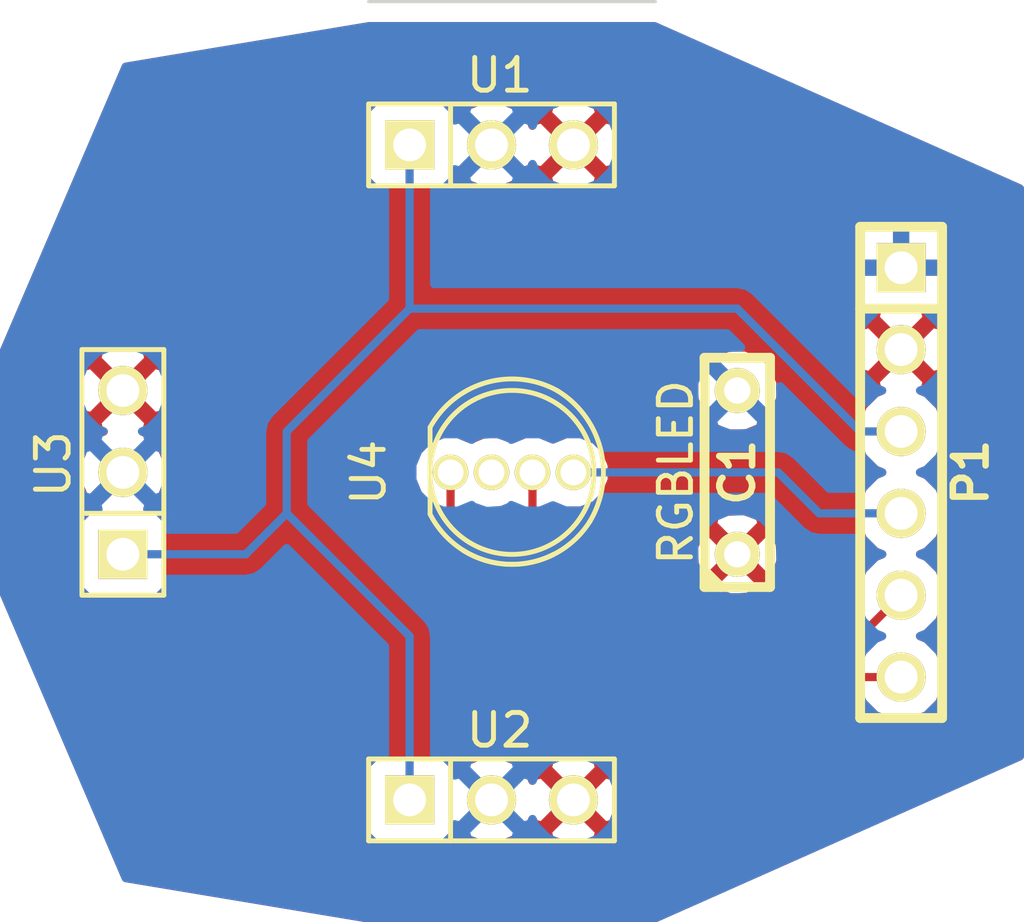
<source format=kicad_pcb>
(kicad_pcb (version 3) (host pcbnew "(2013-07-07 BZR 4022)-stable")

  (general
    (links 0)
    (no_connects 1)
    (area 0 0 0 0)
    (thickness 1.6)
    (drawings 1)
    (tracks 20)
    (zones 0)
    (modules 6)
    (nets 7)
  )

  (page A3)
  (layers
    (15 F.Cu signal)
    (0 B.Cu signal)
    (16 B.Adhes user)
    (17 F.Adhes user)
    (18 B.Paste user)
    (19 F.Paste user)
    (20 B.SilkS user)
    (21 F.SilkS user)
    (22 B.Mask user)
    (23 F.Mask user)
    (24 Dwgs.User user)
    (25 Cmts.User user)
    (26 Eco1.User user)
    (27 Eco2.User user)
    (28 Edge.Cuts user)
  )

  (setup
    (last_trace_width 0.254)
    (trace_clearance 0.254)
    (zone_clearance 0.508)
    (zone_45_only no)
    (trace_min 0.254)
    (segment_width 0.2)
    (edge_width 0.1)
    (via_size 0.889)
    (via_drill 0.635)
    (via_min_size 0.889)
    (via_min_drill 0.508)
    (uvia_size 0.508)
    (uvia_drill 0.127)
    (uvias_allowed no)
    (uvia_min_size 0.508)
    (uvia_min_drill 0.127)
    (pcb_text_width 0.3)
    (pcb_text_size 1.5 1.5)
    (mod_edge_width 0.15)
    (mod_text_size 1 1)
    (mod_text_width 0.15)
    (pad_size 1.5 1.5)
    (pad_drill 0.6)
    (pad_to_mask_clearance 0)
    (aux_axis_origin 0 0)
    (visible_elements 7FFFFFFF)
    (pcbplotparams
      (layerselection 3178497)
      (usegerberextensions true)
      (excludeedgelayer true)
      (linewidth 0.150000)
      (plotframeref false)
      (viasonmask false)
      (mode 1)
      (useauxorigin false)
      (hpglpennumber 1)
      (hpglpenspeed 20)
      (hpglpendiameter 15)
      (hpglpenoverlay 2)
      (psnegative false)
      (psa4output false)
      (plotreference true)
      (plotvalue true)
      (plotothertext true)
      (plotinvisibletext false)
      (padsonsilk false)
      (subtractmaskfromsilk false)
      (outputformat 1)
      (mirror false)
      (drillshape 1)
      (scaleselection 1)
      (outputdirectory ""))
  )

  (net 0 "")
  (net 1 GND)
  (net 2 N-000001)
  (net 3 N-000002)
  (net 4 N-000005)
  (net 5 N-000006)
  (net 6 VCC)

  (net_class Default "This is the default net class."
    (clearance 0.254)
    (trace_width 0.254)
    (via_dia 0.889)
    (via_drill 0.635)
    (uvia_dia 0.508)
    (uvia_drill 0.127)
    (add_net "")
    (add_net GND)
    (add_net N-000001)
    (add_net N-000002)
    (add_net N-000005)
    (add_net N-000006)
    (add_net VCC)
  )

  (module RGB-Led (layer F.Cu) (tedit 54F96A94) (tstamp 54F96B4C)
    (at 53.34 44.45 90)
    (path /54F95F97)
    (fp_text reference U4 (at 0 -5.08 90) (layer F.SilkS)
      (effects (font (size 1 1) (thickness 0.15)))
    )
    (fp_text value RGBLED (at 0 4.445 90) (layer F.SilkS)
      (effects (font (size 1 1) (thickness 0.15)))
    )
    (fp_line (start 0 -3.175) (end -1.2954 -3.175) (layer F.SilkS) (width 0.15))
    (fp_arc (start 0 -0.635) (end -2.54 0.6604) (angle 90) (layer F.SilkS) (width 0.15))
    (fp_arc (start 0 -0.635) (end -1.524 1.778) (angle 90) (layer F.SilkS) (width 0.15))
    (fp_arc (start 0 -0.762) (end 2.54 0.762) (angle 90) (layer F.SilkS) (width 0.15))
    (fp_arc (start 0 -0.635) (end 1.397 -3.175) (angle 90) (layer F.SilkS) (width 0.15))
    (fp_line (start 0 -3.175) (end 1.397 -3.175) (layer F.SilkS) (width 0.15))
    (fp_circle (center 0 -0.635) (end 2.54 -0.508) (layer F.SilkS) (width 0.15))
    (pad 1 thru_hole circle (at 0 -2.54 90) (size 1.1 1.1) (drill 0.8)
      (layers *.Cu *.Mask F.SilkS)
      (net 5 N-000006)
    )
    (pad 2 thru_hole circle (at 0 -1.27 90) (size 1.1 1.1) (drill 0.8)
      (layers *.Cu *.Mask F.SilkS)
      (net 1 GND)
    )
    (pad 3 thru_hole circle (at 0 0 90) (size 1.1 1.1) (drill 0.8)
      (layers *.Cu *.Mask F.SilkS)
      (net 4 N-000005)
    )
    (pad 4 thru_hole circle (at 0 1.27 90) (size 1.1 1.1) (drill 0.8)
      (layers *.Cu *.Mask F.SilkS)
      (net 3 N-000002)
    )
  )

  (module PIN_ARRAY_3X1 (layer F.Cu) (tedit 4C1130E0) (tstamp 54F96B58)
    (at 52.07 34.29)
    (descr "Connecteur 3 pins")
    (tags "CONN DEV")
    (path /54F95920)
    (fp_text reference U1 (at 0.254 -2.159) (layer F.SilkS)
      (effects (font (size 1.016 1.016) (thickness 0.1524)))
    )
    (fp_text value TSOP38238 (at 0 -2.159) (layer F.SilkS) hide
      (effects (font (size 1.016 1.016) (thickness 0.1524)))
    )
    (fp_line (start -3.81 1.27) (end -3.81 -1.27) (layer F.SilkS) (width 0.1524))
    (fp_line (start -3.81 -1.27) (end 3.81 -1.27) (layer F.SilkS) (width 0.1524))
    (fp_line (start 3.81 -1.27) (end 3.81 1.27) (layer F.SilkS) (width 0.1524))
    (fp_line (start 3.81 1.27) (end -3.81 1.27) (layer F.SilkS) (width 0.1524))
    (fp_line (start -1.27 -1.27) (end -1.27 1.27) (layer F.SilkS) (width 0.1524))
    (pad 1 thru_hole rect (at -2.54 0) (size 1.524 1.524) (drill 1.016)
      (layers *.Cu *.Mask F.SilkS)
      (net 2 N-000001)
    )
    (pad 2 thru_hole circle (at 0 0) (size 1.524 1.524) (drill 1.016)
      (layers *.Cu *.Mask F.SilkS)
      (net 1 GND)
    )
    (pad 3 thru_hole circle (at 2.54 0) (size 1.524 1.524) (drill 1.016)
      (layers *.Cu *.Mask F.SilkS)
      (net 6 VCC)
    )
    (model pin_array/pins_array_3x1.wrl
      (at (xyz 0 0 0))
      (scale (xyz 1 1 1))
      (rotate (xyz 0 0 0))
    )
  )

  (module PIN_ARRAY_3X1 (layer F.Cu) (tedit 4C1130E0) (tstamp 54F96B64)
    (at 52.07 54.61)
    (descr "Connecteur 3 pins")
    (tags "CONN DEV")
    (path /54F9592F)
    (fp_text reference U2 (at 0.254 -2.159) (layer F.SilkS)
      (effects (font (size 1.016 1.016) (thickness 0.1524)))
    )
    (fp_text value TSOP38238 (at 0 -2.159) (layer F.SilkS) hide
      (effects (font (size 1.016 1.016) (thickness 0.1524)))
    )
    (fp_line (start -3.81 1.27) (end -3.81 -1.27) (layer F.SilkS) (width 0.1524))
    (fp_line (start -3.81 -1.27) (end 3.81 -1.27) (layer F.SilkS) (width 0.1524))
    (fp_line (start 3.81 -1.27) (end 3.81 1.27) (layer F.SilkS) (width 0.1524))
    (fp_line (start 3.81 1.27) (end -3.81 1.27) (layer F.SilkS) (width 0.1524))
    (fp_line (start -1.27 -1.27) (end -1.27 1.27) (layer F.SilkS) (width 0.1524))
    (pad 1 thru_hole rect (at -2.54 0) (size 1.524 1.524) (drill 1.016)
      (layers *.Cu *.Mask F.SilkS)
      (net 2 N-000001)
    )
    (pad 2 thru_hole circle (at 0 0) (size 1.524 1.524) (drill 1.016)
      (layers *.Cu *.Mask F.SilkS)
      (net 1 GND)
    )
    (pad 3 thru_hole circle (at 2.54 0) (size 1.524 1.524) (drill 1.016)
      (layers *.Cu *.Mask F.SilkS)
      (net 6 VCC)
    )
    (model pin_array/pins_array_3x1.wrl
      (at (xyz 0 0 0))
      (scale (xyz 1 1 1))
      (rotate (xyz 0 0 0))
    )
  )

  (module PIN_ARRAY_3X1 (layer F.Cu) (tedit 4C1130E0) (tstamp 54F96B70)
    (at 40.64 44.45 90)
    (descr "Connecteur 3 pins")
    (tags "CONN DEV")
    (path /54F9593E)
    (fp_text reference U3 (at 0.254 -2.159 90) (layer F.SilkS)
      (effects (font (size 1.016 1.016) (thickness 0.1524)))
    )
    (fp_text value TSOP38238 (at 0 -2.159 90) (layer F.SilkS) hide
      (effects (font (size 1.016 1.016) (thickness 0.1524)))
    )
    (fp_line (start -3.81 1.27) (end -3.81 -1.27) (layer F.SilkS) (width 0.1524))
    (fp_line (start -3.81 -1.27) (end 3.81 -1.27) (layer F.SilkS) (width 0.1524))
    (fp_line (start 3.81 -1.27) (end 3.81 1.27) (layer F.SilkS) (width 0.1524))
    (fp_line (start 3.81 1.27) (end -3.81 1.27) (layer F.SilkS) (width 0.1524))
    (fp_line (start -1.27 -1.27) (end -1.27 1.27) (layer F.SilkS) (width 0.1524))
    (pad 1 thru_hole rect (at -2.54 0 90) (size 1.524 1.524) (drill 1.016)
      (layers *.Cu *.Mask F.SilkS)
      (net 2 N-000001)
    )
    (pad 2 thru_hole circle (at 0 0 90) (size 1.524 1.524) (drill 1.016)
      (layers *.Cu *.Mask F.SilkS)
      (net 1 GND)
    )
    (pad 3 thru_hole circle (at 2.54 0 90) (size 1.524 1.524) (drill 1.016)
      (layers *.Cu *.Mask F.SilkS)
      (net 6 VCC)
    )
    (model pin_array/pins_array_3x1.wrl
      (at (xyz 0 0 0))
      (scale (xyz 1 1 1))
      (rotate (xyz 0 0 0))
    )
  )

  (module PIN_ARRAY-6X1 (layer F.Cu) (tedit 54F96C31) (tstamp 54F96B7F)
    (at 64.77 44.45 270)
    (descr "Connecteur 6 pins")
    (tags "CONN DEV")
    (path /54F95E7E)
    (fp_text reference P1 (at 0 -2.159 270) (layer F.SilkS)
      (effects (font (size 1.016 1.016) (thickness 0.2032)))
    )
    (fp_text value CONN_6 (at 0 2.54 270) (layer F.SilkS) hide
      (effects (font (size 1.016 0.889) (thickness 0.2032)))
    )
    (fp_line (start -7.62 1.27) (end -7.62 -1.27) (layer F.SilkS) (width 0.3048))
    (fp_line (start -7.62 -1.27) (end 7.62 -1.27) (layer F.SilkS) (width 0.3048))
    (fp_line (start 7.62 -1.27) (end 7.62 1.27) (layer F.SilkS) (width 0.3048))
    (fp_line (start 7.62 1.27) (end -7.62 1.27) (layer F.SilkS) (width 0.3048))
    (fp_line (start -5.08 1.27) (end -5.08 -1.27) (layer F.SilkS) (width 0.3048))
    (pad 1 thru_hole rect (at -6.35 0 270) (size 1.524 1.524) (drill 1.016)
      (layers *.Cu *.Mask F.SilkS)
      (net 1 GND)
    )
    (pad 2 thru_hole circle (at -3.81 0 270) (size 1.524 1.524) (drill 1.016)
      (layers *.Cu *.Mask F.SilkS)
      (net 6 VCC)
    )
    (pad 3 thru_hole circle (at -1.27 0 270) (size 1.524 1.524) (drill 1.016)
      (layers *.Cu *.Mask F.SilkS)
      (net 2 N-000001)
    )
    (pad 4 thru_hole circle (at 1.27 0 270) (size 1.524 1.524) (drill 1.016)
      (layers *.Cu *.Mask F.SilkS)
      (net 3 N-000002)
    )
    (pad 5 thru_hole circle (at 3.81 0 270) (size 1.524 1.524) (drill 1.016)
      (layers *.Cu *.Mask F.SilkS)
      (net 4 N-000005)
    )
    (pad 6 thru_hole circle (at 6.35 0 270) (size 1.524 1.524) (drill 1.016)
      (layers *.Cu *.Mask F.SilkS)
      (net 5 N-000006)
    )
    (model pin_array/pins_array_6x1.wrl
      (at (xyz 0 0 0))
      (scale (xyz 1 1 1))
      (rotate (xyz 0 0 0))
    )
  )

  (module C2 (layer F.Cu) (tedit 200000) (tstamp 54F96B8A)
    (at 59.69 44.45 90)
    (descr "Condensateur = 2 pas")
    (tags C)
    (path /54F9605B)
    (fp_text reference C1 (at 0 0 90) (layer F.SilkS)
      (effects (font (size 1.016 1.016) (thickness 0.2032)))
    )
    (fp_text value "200 uF" (at 0 0 90) (layer F.SilkS) hide
      (effects (font (size 1.016 1.016) (thickness 0.2032)))
    )
    (fp_line (start -3.556 -1.016) (end 3.556 -1.016) (layer F.SilkS) (width 0.3048))
    (fp_line (start 3.556 -1.016) (end 3.556 1.016) (layer F.SilkS) (width 0.3048))
    (fp_line (start 3.556 1.016) (end -3.556 1.016) (layer F.SilkS) (width 0.3048))
    (fp_line (start -3.556 1.016) (end -3.556 -1.016) (layer F.SilkS) (width 0.3048))
    (fp_line (start -3.556 -0.508) (end -3.048 -1.016) (layer F.SilkS) (width 0.3048))
    (pad 1 thru_hole circle (at -2.54 0 90) (size 1.397 1.397) (drill 0.8128)
      (layers *.Cu *.Mask F.SilkS)
      (net 6 VCC)
    )
    (pad 2 thru_hole circle (at 2.54 0 90) (size 1.397 1.397) (drill 0.8128)
      (layers *.Cu *.Mask F.SilkS)
      (net 1 GND)
    )
    (model discret/capa_2pas_5x5mm.wrl
      (at (xyz 0 0 0))
      (scale (xyz 1 1 1))
      (rotate (xyz 0 0 0))
    )
  )

  (gr_line (start 48.26 29.845) (end 57.15 29.845) (angle 90) (layer Edge.Cuts) (width 0.1))

  (segment (start 64.77 43.18) (end 63.5 43.18) (width 0.254) (layer B.Cu) (net 2))
  (segment (start 59.69 39.37) (end 49.53 39.37) (width 0.254) (layer B.Cu) (net 2) (tstamp 54F96CDF))
  (segment (start 63.5 43.18) (end 59.69 39.37) (width 0.254) (layer B.Cu) (net 2) (tstamp 54F96CDB))
  (segment (start 49.53 54.61) (end 49.53 49.53) (width 0.254) (layer B.Cu) (net 2))
  (segment (start 49.53 49.53) (end 45.72 45.72) (width 0.254) (layer B.Cu) (net 2) (tstamp 54F96CCE))
  (segment (start 49.53 34.29) (end 49.53 39.37) (width 0.254) (layer B.Cu) (net 2))
  (segment (start 44.45 46.99) (end 40.64 46.99) (width 0.254) (layer B.Cu) (net 2) (tstamp 54F96CC7))
  (segment (start 45.72 45.72) (end 44.45 46.99) (width 0.254) (layer B.Cu) (net 2) (tstamp 54F96CC5))
  (segment (start 45.72 43.18) (end 45.72 45.72) (width 0.254) (layer B.Cu) (net 2) (tstamp 54F96CBF))
  (segment (start 49.53 39.37) (end 45.72 43.18) (width 0.254) (layer B.Cu) (net 2) (tstamp 54F96CB9))
  (segment (start 54.61 44.45) (end 60.96 44.45) (width 0.254) (layer B.Cu) (net 3))
  (segment (start 62.23 45.72) (end 64.77 45.72) (width 0.254) (layer B.Cu) (net 3) (tstamp 54F96D00))
  (segment (start 60.96 44.45) (end 62.23 45.72) (width 0.254) (layer B.Cu) (net 3) (tstamp 54F96CF8))
  (segment (start 53.34 44.45) (end 53.34 45.72) (width 0.254) (layer F.Cu) (net 4))
  (segment (start 63.5 49.53) (end 64.77 48.26) (width 0.254) (layer F.Cu) (net 4) (tstamp 54F96D37))
  (segment (start 57.15 49.53) (end 63.5 49.53) (width 0.254) (layer F.Cu) (net 4) (tstamp 54F96D35))
  (segment (start 53.34 45.72) (end 57.15 49.53) (width 0.254) (layer F.Cu) (net 4) (tstamp 54F96D32))
  (segment (start 50.8 44.45) (end 50.8 45.72) (width 0.254) (layer F.Cu) (net 5))
  (segment (start 55.88 50.8) (end 64.77 50.8) (width 0.254) (layer F.Cu) (net 5) (tstamp 54F96D4C))
  (segment (start 50.8 45.72) (end 55.88 50.8) (width 0.254) (layer F.Cu) (net 5) (tstamp 54F96D40))

  (zone (net 6) (net_name VCC) (layer F.Cu) (tstamp 54F96DC9) (hatch edge 0.508)
    (connect_pads (clearance 0.508))
    (min_thickness 0.254)
    (fill (arc_segments 16) (thermal_gap 0.508) (thermal_bridge_width 0.508))
    (polygon
      (pts
        (xy 40.64 31.75) (xy 48.26 30.48) (xy 57.15 30.48) (xy 68.58 35.56) (xy 68.58 53.34)
        (xy 57.15 58.42) (xy 48.26 58.42) (xy 40.64 57.15) (xy 36.83 48.26) (xy 36.83 40.64)
        (xy 40.64 31.75)
      )
    )
    (filled_polygon
      (pts
        (xy 68.453 53.257466) (xy 66.179143 54.268069) (xy 66.179143 40.847696) (xy 66.16711 40.607293) (xy 66.16711 38.736245)
        (xy 66.16711 37.212245) (xy 66.070641 36.978771) (xy 65.892168 36.799987) (xy 65.658864 36.703111) (xy 65.406245 36.70289)
        (xy 63.882245 36.70289) (xy 63.648771 36.799359) (xy 63.469987 36.977832) (xy 63.373111 37.211136) (xy 63.37289 37.463755)
        (xy 63.37289 38.987755) (xy 63.469359 39.221229) (xy 63.647832 39.400013) (xy 63.881136 39.496889) (xy 64.016083 39.497007)
        (xy 63.969393 39.659788) (xy 64.77 40.460395) (xy 65.570607 39.659788) (xy 65.523946 39.49711) (xy 65.657755 39.49711)
        (xy 65.891229 39.400641) (xy 66.070013 39.222168) (xy 66.166889 38.988864) (xy 66.16711 38.736245) (xy 66.16711 40.607293)
        (xy 66.15136 40.292631) (xy 65.992396 39.908858) (xy 65.750212 39.839393) (xy 64.949605 40.64) (xy 65.750212 41.440607)
        (xy 65.992396 41.371142) (xy 66.179143 40.847696) (xy 66.179143 54.268069) (xy 66.167241 54.273358) (xy 66.167241 50.523339)
        (xy 65.955009 50.009697) (xy 65.56237 49.616372) (xy 65.354485 49.53005) (xy 65.560303 49.445009) (xy 65.953628 49.05237)
        (xy 66.166756 48.539099) (xy 66.167241 47.983339) (xy 65.955009 47.469697) (xy 65.56237 47.076372) (xy 65.354485 46.99005)
        (xy 65.560303 46.905009) (xy 65.953628 46.51237) (xy 66.166756 45.999099) (xy 66.167241 45.443339) (xy 65.955009 44.929697)
        (xy 65.56237 44.536372) (xy 65.354485 44.45005) (xy 65.560303 44.365009) (xy 65.953628 43.97237) (xy 66.166756 43.459099)
        (xy 66.167241 42.903339) (xy 65.955009 42.389697) (xy 65.56237 41.996372) (xy 65.370269 41.916605) (xy 65.501142 41.862396)
        (xy 65.570607 41.620212) (xy 64.77 40.819605) (xy 64.590395 40.99921) (xy 64.590395 40.64) (xy 63.789788 39.839393)
        (xy 63.547604 39.908858) (xy 63.360857 40.432304) (xy 63.38864 40.987369) (xy 63.547604 41.371142) (xy 63.789788 41.440607)
        (xy 64.590395 40.64) (xy 64.590395 40.99921) (xy 63.969393 41.620212) (xy 64.038858 41.862396) (xy 64.179321 41.912508)
        (xy 63.979697 41.994991) (xy 63.586372 42.38763) (xy 63.373244 42.900901) (xy 63.372759 43.456661) (xy 63.584991 43.970303)
        (xy 63.97763 44.363628) (xy 64.185514 44.449949) (xy 63.979697 44.534991) (xy 63.586372 44.92763) (xy 63.373244 45.440901)
        (xy 63.372759 45.996661) (xy 63.584991 46.510303) (xy 63.97763 46.903628) (xy 64.185514 46.989949) (xy 63.979697 47.074991)
        (xy 63.586372 47.46763) (xy 63.373244 47.980901) (xy 63.372759 48.536661) (xy 63.385316 48.567052) (xy 63.184369 48.768)
        (xy 61.035924 48.768) (xy 61.035924 47.18252) (xy 61.02373 46.958064) (xy 61.02373 41.645914) (xy 60.821145 41.15562)
        (xy 60.446353 40.780174) (xy 59.956413 40.576733) (xy 59.425914 40.57627) (xy 58.93562 40.778855) (xy 58.560174 41.153647)
        (xy 58.356733 41.643587) (xy 58.35627 42.174086) (xy 58.558855 42.66438) (xy 58.933647 43.039826) (xy 59.423587 43.243267)
        (xy 59.954086 43.24373) (xy 60.44438 43.041145) (xy 60.819826 42.666353) (xy 61.023267 42.176413) (xy 61.02373 41.645914)
        (xy 61.02373 46.958064) (xy 61.007146 46.652802) (xy 60.859798 46.297072) (xy 60.624186 46.235419) (xy 60.444581 46.415024)
        (xy 60.444581 46.055814) (xy 60.382928 45.820202) (xy 59.88252 45.644076) (xy 59.352802 45.672854) (xy 58.997072 45.820202)
        (xy 58.935419 46.055814) (xy 59.69 46.810395) (xy 60.444581 46.055814) (xy 60.444581 46.415024) (xy 59.869605 46.99)
        (xy 60.624186 47.744581) (xy 60.859798 47.682928) (xy 61.035924 47.18252) (xy 61.035924 48.768) (xy 60.444581 48.768)
        (xy 60.444581 47.924186) (xy 59.69 47.169605) (xy 59.510395 47.34921) (xy 59.510395 46.99) (xy 58.755814 46.235419)
        (xy 58.520202 46.297072) (xy 58.344076 46.79748) (xy 58.372854 47.327198) (xy 58.520202 47.682928) (xy 58.755814 47.744581)
        (xy 59.510395 46.99) (xy 59.510395 47.34921) (xy 58.935419 47.924186) (xy 58.997072 48.159798) (xy 59.49748 48.335924)
        (xy 60.027198 48.307146) (xy 60.382928 48.159798) (xy 60.444581 47.924186) (xy 60.444581 48.768) (xy 57.46563 48.768)
        (xy 56.019143 47.321513) (xy 56.019143 34.497696) (xy 55.99136 33.942631) (xy 55.832396 33.558858) (xy 55.590212 33.489393)
        (xy 55.410607 33.668998) (xy 55.410607 33.309788) (xy 55.341142 33.067604) (xy 54.817696 32.880857) (xy 54.262631 32.90864)
        (xy 53.878858 33.067604) (xy 53.809393 33.309788) (xy 54.61 34.110395) (xy 55.410607 33.309788) (xy 55.410607 33.668998)
        (xy 54.789605 34.29) (xy 55.590212 35.090607) (xy 55.832396 35.021142) (xy 56.019143 34.497696) (xy 56.019143 47.321513)
        (xy 54.303428 45.605798) (xy 54.373255 45.634793) (xy 54.844677 45.635205) (xy 55.280371 45.455179) (xy 55.614008 45.122125)
        (xy 55.794793 44.686745) (xy 55.795205 44.215323) (xy 55.615179 43.779629) (xy 55.410607 43.574698) (xy 55.410607 35.270212)
        (xy 54.61 34.469605) (xy 54.430395 34.64921) (xy 54.430395 34.29) (xy 53.629788 33.489393) (xy 53.387604 33.558858)
        (xy 53.337491 33.699321) (xy 53.255009 33.499697) (xy 52.86237 33.106372) (xy 52.349099 32.893244) (xy 51.793339 32.892759)
        (xy 51.279697 33.104991) (xy 50.92711 33.456963) (xy 50.92711 33.402245) (xy 50.830641 33.168771) (xy 50.652168 32.989987)
        (xy 50.418864 32.893111) (xy 50.166245 32.89289) (xy 48.642245 32.89289) (xy 48.408771 32.989359) (xy 48.229987 33.167832)
        (xy 48.133111 33.401136) (xy 48.13289 33.653755) (xy 48.13289 35.177755) (xy 48.229359 35.411229) (xy 48.407832 35.590013)
        (xy 48.641136 35.686889) (xy 48.893755 35.68711) (xy 50.417755 35.68711) (xy 50.651229 35.590641) (xy 50.830013 35.412168)
        (xy 50.926889 35.178864) (xy 50.926938 35.122323) (xy 51.27763 35.473628) (xy 51.790901 35.686756) (xy 52.346661 35.687241)
        (xy 52.860303 35.475009) (xy 53.253628 35.08237) (xy 53.333394 34.890269) (xy 53.387604 35.021142) (xy 53.629788 35.090607)
        (xy 54.430395 34.29) (xy 54.430395 34.64921) (xy 53.809393 35.270212) (xy 53.878858 35.512396) (xy 54.402304 35.699143)
        (xy 54.957369 35.67136) (xy 55.341142 35.512396) (xy 55.410607 35.270212) (xy 55.410607 43.574698) (xy 55.282125 43.445992)
        (xy 54.846745 43.265207) (xy 54.375323 43.264795) (xy 53.974552 43.43039) (xy 53.576745 43.265207) (xy 53.105323 43.264795)
        (xy 52.704552 43.43039) (xy 52.306745 43.265207) (xy 51.835323 43.264795) (xy 51.434552 43.43039) (xy 51.036745 43.265207)
        (xy 50.565323 43.264795) (xy 50.129629 43.444821) (xy 49.795992 43.777875) (xy 49.615207 44.213255) (xy 49.614795 44.684677)
        (xy 49.794821 45.120371) (xy 50.038 45.363975) (xy 50.038 45.72) (xy 50.096004 46.011605) (xy 50.261185 46.258815)
        (xy 55.341184 51.338815) (xy 55.341185 51.338815) (xy 55.588395 51.503996) (xy 55.879999 51.561999) (xy 55.88 51.562)
        (xy 63.573296 51.562) (xy 63.584991 51.590303) (xy 63.97763 51.983628) (xy 64.490901 52.196756) (xy 65.046661 52.197241)
        (xy 65.560303 51.985009) (xy 65.953628 51.59237) (xy 66.166756 51.079099) (xy 66.167241 50.523339) (xy 66.167241 54.273358)
        (xy 57.123049 58.293) (xy 56.019143 58.293) (xy 56.019143 54.817696) (xy 55.99136 54.262631) (xy 55.832396 53.878858)
        (xy 55.590212 53.809393) (xy 55.410607 53.988998) (xy 55.410607 53.629788) (xy 55.341142 53.387604) (xy 54.817696 53.200857)
        (xy 54.262631 53.22864) (xy 53.878858 53.387604) (xy 53.809393 53.629788) (xy 54.61 54.430395) (xy 55.410607 53.629788)
        (xy 55.410607 53.988998) (xy 54.789605 54.61) (xy 55.590212 55.410607) (xy 55.832396 55.341142) (xy 56.019143 54.817696)
        (xy 56.019143 58.293) (xy 55.410607 58.293) (xy 55.410607 55.590212) (xy 54.61 54.789605) (xy 54.430395 54.96921)
        (xy 54.430395 54.61) (xy 53.629788 53.809393) (xy 53.387604 53.878858) (xy 53.337491 54.019321) (xy 53.255009 53.819697)
        (xy 52.86237 53.426372) (xy 52.349099 53.213244) (xy 51.793339 53.212759) (xy 51.279697 53.424991) (xy 50.92711 53.776963)
        (xy 50.92711 53.722245) (xy 50.830641 53.488771) (xy 50.652168 53.309987) (xy 50.418864 53.213111) (xy 50.166245 53.21289)
        (xy 48.642245 53.21289) (xy 48.408771 53.309359) (xy 48.229987 53.487832) (xy 48.133111 53.721136) (xy 48.13289 53.973755)
        (xy 48.13289 55.497755) (xy 48.229359 55.731229) (xy 48.407832 55.910013) (xy 48.641136 56.006889) (xy 48.893755 56.00711)
        (xy 50.417755 56.00711) (xy 50.651229 55.910641) (xy 50.830013 55.732168) (xy 50.926889 55.498864) (xy 50.926938 55.442323)
        (xy 51.27763 55.793628) (xy 51.790901 56.006756) (xy 52.346661 56.007241) (xy 52.860303 55.795009) (xy 53.253628 55.40237)
        (xy 53.333394 55.210269) (xy 53.387604 55.341142) (xy 53.629788 55.410607) (xy 54.430395 54.61) (xy 54.430395 54.96921)
        (xy 53.809393 55.590212) (xy 53.878858 55.832396) (xy 54.402304 56.019143) (xy 54.957369 55.99136) (xy 55.341142 55.832396)
        (xy 55.410607 55.590212) (xy 55.410607 58.293) (xy 48.270511 58.293) (xy 42.049143 57.256105) (xy 42.049143 42.117696)
        (xy 42.02136 41.562631) (xy 41.862396 41.178858) (xy 41.620212 41.109393) (xy 41.440607 41.288998) (xy 41.440607 40.929788)
        (xy 41.371142 40.687604) (xy 40.847696 40.500857) (xy 40.292631 40.52864) (xy 39.908858 40.687604) (xy 39.839393 40.929788)
        (xy 40.64 41.730395) (xy 41.440607 40.929788) (xy 41.440607 41.288998) (xy 40.819605 41.91) (xy 41.620212 42.710607)
        (xy 41.862396 42.641142) (xy 42.049143 42.117696) (xy 42.049143 57.256105) (xy 42.037241 57.254121) (xy 42.037241 44.173339)
        (xy 41.825009 43.659697) (xy 41.43237 43.266372) (xy 41.240269 43.186605) (xy 41.371142 43.132396) (xy 41.440607 42.890212)
        (xy 40.64 42.089605) (xy 40.460395 42.26921) (xy 40.460395 41.91) (xy 39.659788 41.109393) (xy 39.417604 41.178858)
        (xy 39.230857 41.702304) (xy 39.25864 42.257369) (xy 39.417604 42.641142) (xy 39.659788 42.710607) (xy 40.460395 41.91)
        (xy 40.460395 42.26921) (xy 39.839393 42.890212) (xy 39.908858 43.132396) (xy 40.049321 43.182508) (xy 39.849697 43.264991)
        (xy 39.456372 43.65763) (xy 39.243244 44.170901) (xy 39.242759 44.726661) (xy 39.454991 45.240303) (xy 39.806963 45.59289)
        (xy 39.752245 45.59289) (xy 39.518771 45.689359) (xy 39.339987 45.867832) (xy 39.243111 46.101136) (xy 39.24289 46.353755)
        (xy 39.24289 47.877755) (xy 39.339359 48.111229) (xy 39.517832 48.290013) (xy 39.751136 48.386889) (xy 40.003755 48.38711)
        (xy 41.527755 48.38711) (xy 41.761229 48.290641) (xy 41.940013 48.112168) (xy 42.036889 47.878864) (xy 42.03711 47.626245)
        (xy 42.03711 46.102245) (xy 41.940641 45.868771) (xy 41.762168 45.689987) (xy 41.528864 45.593111) (xy 41.472323 45.593061)
        (xy 41.823628 45.24237) (xy 42.036756 44.729099) (xy 42.037241 44.173339) (xy 42.037241 57.254121) (xy 40.729377 57.036144)
        (xy 36.957 48.233932) (xy 36.957 40.666068) (xy 40.729377 31.863856) (xy 48.270511 30.607) (xy 57.123049 30.607)
        (xy 68.453 35.642534) (xy 68.453 53.257466)
      )
    )
  )
  (zone (net 1) (net_name GND) (layer B.Cu) (tstamp 54F96E53) (hatch edge 0.508)
    (connect_pads (clearance 0.508))
    (min_thickness 0.254)
    (fill (arc_segments 16) (thermal_gap 0.508) (thermal_bridge_width 0.508))
    (polygon
      (pts
        (xy 40.64 31.75) (xy 48.26 30.48) (xy 57.15 30.48) (xy 68.58 35.56) (xy 68.58 53.34)
        (xy 57.15 58.42) (xy 48.26 58.42) (xy 40.64 57.15) (xy 36.83 48.26) (xy 36.83 40.64)
        (xy 40.64 31.75)
      )
    )
    (filled_polygon
      (pts
        (xy 52.155107 44.327217) (xy 52.154892 44.572997) (xy 52.084142 44.643747) (xy 52.07 44.629605) (xy 52.055857 44.643747)
        (xy 51.984892 44.572782) (xy 51.985107 44.327002) (xy 52.055857 44.256252) (xy 52.07 44.270395) (xy 52.084142 44.256252)
        (xy 52.155107 44.327217)
      )
    )
    (filled_polygon
      (pts
        (xy 68.453 53.257466) (xy 66.167241 54.273358) (xy 66.167241 50.523339) (xy 65.955009 50.009697) (xy 65.56237 49.616372)
        (xy 65.354485 49.53005) (xy 65.560303 49.445009) (xy 65.953628 49.05237) (xy 66.166756 48.539099) (xy 66.167241 47.983339)
        (xy 65.955009 47.469697) (xy 65.56237 47.076372) (xy 65.354485 46.99005) (xy 65.560303 46.905009) (xy 65.953628 46.51237)
        (xy 66.166756 45.999099) (xy 66.167241 45.443339) (xy 65.955009 44.929697) (xy 65.56237 44.536372) (xy 65.354485 44.45005)
        (xy 65.560303 44.365009) (xy 65.953628 43.97237) (xy 66.166756 43.459099) (xy 66.167241 42.903339) (xy 65.955009 42.389697)
        (xy 65.56237 41.996372) (xy 65.354485 41.91005) (xy 65.560303 41.825009) (xy 65.953628 41.43237) (xy 66.166756 40.919099)
        (xy 66.167241 40.363339) (xy 65.955009 39.849697) (xy 65.602865 39.496937) (xy 65.658864 39.496889) (xy 65.892168 39.400013)
        (xy 66.070641 39.221229) (xy 66.16711 38.987755) (xy 66.16711 37.212245) (xy 66.070641 36.978771) (xy 65.892168 36.799987)
        (xy 65.658864 36.703111) (xy 65.406245 36.70289) (xy 65.05575 36.703) (xy 64.897 36.86175) (xy 64.897 37.973)
        (xy 66.00825 37.973) (xy 66.167 37.81425) (xy 66.16711 37.212245) (xy 66.16711 38.987755) (xy 66.167 38.38575)
        (xy 66.00825 38.227) (xy 64.897 38.227) (xy 64.897 38.247) (xy 64.643 38.247) (xy 64.643 38.227)
        (xy 64.643 37.973) (xy 64.643 36.86175) (xy 64.48425 36.703) (xy 64.133755 36.70289) (xy 63.881136 36.703111)
        (xy 63.647832 36.799987) (xy 63.469359 36.978771) (xy 63.37289 37.212245) (xy 63.373 37.81425) (xy 63.53175 37.973)
        (xy 64.643 37.973) (xy 64.643 38.227) (xy 63.53175 38.227) (xy 63.373 38.38575) (xy 63.37289 38.987755)
        (xy 63.469359 39.221229) (xy 63.647832 39.400013) (xy 63.881136 39.496889) (xy 63.937676 39.496938) (xy 63.586372 39.84763)
        (xy 63.373244 40.360901) (xy 63.372759 40.916661) (xy 63.584991 41.430303) (xy 63.97763 41.823628) (xy 64.185514 41.909949)
        (xy 63.979697 41.994991) (xy 63.685903 42.288272) (xy 60.228815 38.831185) (xy 59.981605 38.666004) (xy 59.69 38.608)
        (xy 56.007241 38.608) (xy 56.007241 34.013339) (xy 55.795009 33.499697) (xy 55.40237 33.106372) (xy 54.889099 32.893244)
        (xy 54.333339 32.892759) (xy 53.819697 33.104991) (xy 53.426372 33.49763) (xy 53.346605 33.68973) (xy 53.292396 33.558858)
        (xy 53.050212 33.489393) (xy 52.870607 33.668998) (xy 52.870607 33.309788) (xy 52.801142 33.067604) (xy 52.277696 32.880857)
        (xy 51.722631 32.90864) (xy 51.338858 33.067604) (xy 51.269393 33.309788) (xy 52.07 34.110395) (xy 52.870607 33.309788)
        (xy 52.870607 33.668998) (xy 52.249605 34.29) (xy 53.050212 35.090607) (xy 53.292396 35.021142) (xy 53.342508 34.880678)
        (xy 53.424991 35.080303) (xy 53.81763 35.473628) (xy 54.330901 35.686756) (xy 54.886661 35.687241) (xy 55.400303 35.475009)
        (xy 55.793628 35.08237) (xy 56.006756 34.569099) (xy 56.007241 34.013339) (xy 56.007241 38.608) (xy 52.870607 38.608)
        (xy 52.870607 35.270212) (xy 52.07 34.469605) (xy 51.269393 35.270212) (xy 51.338858 35.512396) (xy 51.862304 35.699143)
        (xy 52.417369 35.67136) (xy 52.801142 35.512396) (xy 52.870607 35.270212) (xy 52.870607 38.608) (xy 50.292 38.608)
        (xy 50.292 35.68711) (xy 50.417755 35.68711) (xy 50.651229 35.590641) (xy 50.830013 35.412168) (xy 50.926889 35.178864)
        (xy 50.927007 35.043916) (xy 51.089788 35.090607) (xy 51.890395 34.29) (xy 51.089788 33.489393) (xy 50.92711 33.536053)
        (xy 50.92711 33.402245) (xy 50.830641 33.168771) (xy 50.652168 32.989987) (xy 50.418864 32.893111) (xy 50.166245 32.89289)
        (xy 48.642245 32.89289) (xy 48.408771 32.989359) (xy 48.229987 33.167832) (xy 48.133111 33.401136) (xy 48.13289 33.653755)
        (xy 48.13289 35.177755) (xy 48.229359 35.411229) (xy 48.407832 35.590013) (xy 48.641136 35.686889) (xy 48.768 35.686999)
        (xy 48.768 39.054369) (xy 45.181185 42.641185) (xy 45.016004 42.888395) (xy 44.958 43.18) (xy 44.958 45.404369)
        (xy 44.134369 46.228) (xy 42.049143 46.228) (xy 42.049143 44.657696) (xy 42.037241 44.41991) (xy 42.037241 41.633339)
        (xy 41.825009 41.119697) (xy 41.43237 40.726372) (xy 40.919099 40.513244) (xy 40.363339 40.512759) (xy 39.849697 40.724991)
        (xy 39.456372 41.11763) (xy 39.243244 41.630901) (xy 39.242759 42.186661) (xy 39.454991 42.700303) (xy 39.84763 43.093628)
        (xy 40.03973 43.173394) (xy 39.908858 43.227604) (xy 39.839393 43.469788) (xy 40.64 44.270395) (xy 41.440607 43.469788)
        (xy 41.371142 43.227604) (xy 41.230678 43.177491) (xy 41.430303 43.095009) (xy 41.823628 42.70237) (xy 42.036756 42.189099)
        (xy 42.037241 41.633339) (xy 42.037241 44.41991) (xy 42.02136 44.102631) (xy 41.862396 43.718858) (xy 41.620212 43.649393)
        (xy 40.819605 44.45) (xy 41.620212 45.250607) (xy 41.862396 45.181142) (xy 42.049143 44.657696) (xy 42.049143 46.228)
        (xy 42.03711 46.228) (xy 42.03711 46.102245) (xy 41.940641 45.868771) (xy 41.762168 45.689987) (xy 41.528864 45.593111)
        (xy 41.393916 45.592992) (xy 41.440607 45.430212) (xy 40.64 44.629605) (xy 40.460395 44.80921) (xy 40.460395 44.45)
        (xy 39.659788 43.649393) (xy 39.417604 43.718858) (xy 39.230857 44.242304) (xy 39.25864 44.797369) (xy 39.417604 45.181142)
        (xy 39.659788 45.250607) (xy 40.460395 44.45) (xy 40.460395 44.80921) (xy 39.839393 45.430212) (xy 39.886053 45.59289)
        (xy 39.752245 45.59289) (xy 39.518771 45.689359) (xy 39.339987 45.867832) (xy 39.243111 46.101136) (xy 39.24289 46.353755)
        (xy 39.24289 47.877755) (xy 39.339359 48.111229) (xy 39.517832 48.290013) (xy 39.751136 48.386889) (xy 40.003755 48.38711)
        (xy 41.527755 48.38711) (xy 41.761229 48.290641) (xy 41.940013 48.112168) (xy 42.036889 47.878864) (xy 42.036999 47.752)
        (xy 44.45 47.752) (xy 44.45 47.751999) (xy 44.741604 47.693996) (xy 44.741605 47.693996) (xy 44.988815 47.528815)
        (xy 45.72 46.79763) (xy 48.768 49.84563) (xy 48.768 53.21289) (xy 48.642245 53.21289) (xy 48.408771 53.309359)
        (xy 48.229987 53.487832) (xy 48.133111 53.721136) (xy 48.13289 53.973755) (xy 48.13289 55.497755) (xy 48.229359 55.731229)
        (xy 48.407832 55.910013) (xy 48.641136 56.006889) (xy 48.893755 56.00711) (xy 50.417755 56.00711) (xy 50.651229 55.910641)
        (xy 50.830013 55.732168) (xy 50.926889 55.498864) (xy 50.927007 55.363916) (xy 51.089788 55.410607) (xy 51.890395 54.61)
        (xy 51.089788 53.809393) (xy 50.92711 53.856053) (xy 50.92711 53.722245) (xy 50.830641 53.488771) (xy 50.652168 53.309987)
        (xy 50.418864 53.213111) (xy 50.292 53.213) (xy 50.292 49.53) (xy 50.233996 49.238395) (xy 50.068815 48.991185)
        (xy 50.068815 48.991184) (xy 46.482 45.404369) (xy 46.482 43.49563) (xy 49.84563 40.132) (xy 59.374369 40.132)
        (xy 59.810365 40.567995) (xy 59.352802 40.592854) (xy 58.997072 40.740202) (xy 58.935419 40.975814) (xy 59.69 41.730395)
        (xy 59.704142 41.716252) (xy 59.883747 41.895857) (xy 59.869605 41.91) (xy 60.624186 42.664581) (xy 60.859798 42.602928)
        (xy 61.035924 42.10252) (xy 61.018174 41.775805) (xy 62.961184 43.718815) (xy 62.961185 43.718815) (xy 63.208395 43.883996)
        (xy 63.5 43.942) (xy 63.573296 43.942) (xy 63.584991 43.970303) (xy 63.97763 44.363628) (xy 64.185514 44.449949)
        (xy 63.979697 44.534991) (xy 63.586372 44.92763) (xy 63.573761 44.958) (xy 62.54563 44.958) (xy 61.498815 43.911185)
        (xy 61.251605 43.746004) (xy 60.96 43.688) (xy 60.444581 43.688) (xy 60.444581 42.844186) (xy 59.69 42.089605)
        (xy 59.510395 42.26921) (xy 59.510395 41.91) (xy 58.755814 41.155419) (xy 58.520202 41.217072) (xy 58.344076 41.71748)
        (xy 58.372854 42.247198) (xy 58.520202 42.602928) (xy 58.755814 42.664581) (xy 59.510395 41.91) (xy 59.510395 42.26921)
        (xy 58.935419 42.844186) (xy 58.997072 43.079798) (xy 59.49748 43.255924) (xy 60.027198 43.227146) (xy 60.382928 43.079798)
        (xy 60.444581 42.844186) (xy 60.444581 43.688) (xy 55.52371 43.688) (xy 55.282125 43.445992) (xy 54.846745 43.265207)
        (xy 54.375323 43.264795) (xy 53.974552 43.43039) (xy 53.576745 43.265207) (xy 53.105323 43.264795) (xy 52.680755 43.440223)
        (xy 52.673491 43.4033) (xy 52.226998 43.252029) (xy 51.756604 43.283139) (xy 51.466509 43.4033) (xy 51.459168 43.440611)
        (xy 51.036745 43.265207) (xy 50.565323 43.264795) (xy 50.129629 43.444821) (xy 49.795992 43.777875) (xy 49.615207 44.213255)
        (xy 49.614795 44.684677) (xy 49.794821 45.120371) (xy 50.127875 45.454008) (xy 50.563255 45.634793) (xy 51.034677 45.635205)
        (xy 51.459244 45.459776) (xy 51.466509 45.4967) (xy 51.913002 45.647971) (xy 52.383396 45.616861) (xy 52.673491 45.4967)
        (xy 52.680831 45.459388) (xy 53.103255 45.634793) (xy 53.574677 45.635205) (xy 53.975447 45.469609) (xy 54.373255 45.634793)
        (xy 54.844677 45.635205) (xy 55.280371 45.455179) (xy 55.523975 45.212) (xy 60.644369 45.212) (xy 61.691184 46.258815)
        (xy 61.691185 46.258815) (xy 61.938395 46.423996) (xy 62.23 46.482) (xy 63.573296 46.482) (xy 63.584991 46.510303)
        (xy 63.97763 46.903628) (xy 64.185514 46.989949) (xy 63.979697 47.074991) (xy 63.586372 47.46763) (xy 63.373244 47.980901)
        (xy 63.372759 48.536661) (xy 63.584991 49.050303) (xy 63.97763 49.443628) (xy 64.185514 49.529949) (xy 63.979697 49.614991)
        (xy 63.586372 50.00763) (xy 63.373244 50.520901) (xy 63.372759 51.076661) (xy 63.584991 51.590303) (xy 63.97763 51.983628)
        (xy 64.490901 52.196756) (xy 65.046661 52.197241) (xy 65.560303 51.985009) (xy 65.953628 51.59237) (xy 66.166756 51.079099)
        (xy 66.167241 50.523339) (xy 66.167241 54.273358) (xy 61.02373 56.559363) (xy 61.02373 46.725914) (xy 60.821145 46.23562)
        (xy 60.446353 45.860174) (xy 59.956413 45.656733) (xy 59.425914 45.65627) (xy 58.93562 45.858855) (xy 58.560174 46.233647)
        (xy 58.356733 46.723587) (xy 58.35627 47.254086) (xy 58.558855 47.74438) (xy 58.933647 48.119826) (xy 59.423587 48.323267)
        (xy 59.954086 48.32373) (xy 60.44438 48.121145) (xy 60.819826 47.746353) (xy 61.023267 47.256413) (xy 61.02373 46.725914)
        (xy 61.02373 56.559363) (xy 57.123049 58.293) (xy 56.007241 58.293) (xy 56.007241 54.333339) (xy 55.795009 53.819697)
        (xy 55.40237 53.426372) (xy 54.889099 53.213244) (xy 54.333339 53.212759) (xy 53.819697 53.424991) (xy 53.426372 53.81763)
        (xy 53.346605 54.00973) (xy 53.292396 53.878858) (xy 53.050212 53.809393) (xy 52.870607 53.988998) (xy 52.870607 53.629788)
        (xy 52.801142 53.387604) (xy 52.277696 53.200857) (xy 51.722631 53.22864) (xy 51.338858 53.387604) (xy 51.269393 53.629788)
        (xy 52.07 54.430395) (xy 52.870607 53.629788) (xy 52.870607 53.988998) (xy 52.249605 54.61) (xy 53.050212 55.410607)
        (xy 53.292396 55.341142) (xy 53.342508 55.200678) (xy 53.424991 55.400303) (xy 53.81763 55.793628) (xy 54.330901 56.006756)
        (xy 54.886661 56.007241) (xy 55.400303 55.795009) (xy 55.793628 55.40237) (xy 56.006756 54.889099) (xy 56.007241 54.333339)
        (xy 56.007241 58.293) (xy 52.870607 58.293) (xy 52.870607 55.590212) (xy 52.07 54.789605) (xy 51.269393 55.590212)
        (xy 51.338858 55.832396) (xy 51.862304 56.019143) (xy 52.417369 55.99136) (xy 52.801142 55.832396) (xy 52.870607 55.590212)
        (xy 52.870607 58.293) (xy 48.270511 58.293) (xy 40.729377 57.036144) (xy 36.957 48.233932) (xy 36.957 40.666068)
        (xy 40.729377 31.863856) (xy 48.270511 30.607) (xy 57.123049 30.607) (xy 68.453 35.642534) (xy 68.453 53.257466)
      )
    )
  )
)

</source>
